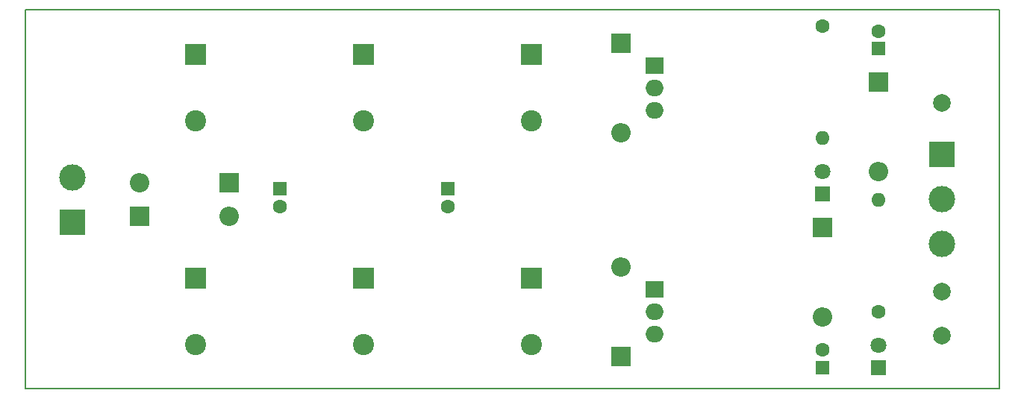
<source format=gbs>
G04 #@! TF.GenerationSoftware,KiCad,Pcbnew,(6.0.0)*
G04 #@! TF.CreationDate,2022-07-07T12:02:20+01:00*
G04 #@! TF.ProjectId,PSU,5053552e-6b69-4636-9164-5f7063625858,rev?*
G04 #@! TF.SameCoordinates,Original*
G04 #@! TF.FileFunction,Soldermask,Bot*
G04 #@! TF.FilePolarity,Negative*
%FSLAX46Y46*%
G04 Gerber Fmt 4.6, Leading zero omitted, Abs format (unit mm)*
G04 Created by KiCad (PCBNEW (6.0.0)) date 2022-07-07 12:02:20*
%MOMM*%
%LPD*%
G01*
G04 APERTURE LIST*
G04 #@! TA.AperFunction,Profile*
%ADD10C,0.150000*%
G04 #@! TD*
%ADD11R,3.000000X3.000000*%
%ADD12C,3.000000*%
%ADD13R,1.600000X1.600000*%
%ADD14C,1.600000*%
%ADD15R,2.400000X2.400000*%
%ADD16C,2.400000*%
%ADD17R,1.800000X1.800000*%
%ADD18C,1.800000*%
%ADD19R,2.000000X1.905000*%
%ADD20O,2.000000X1.905000*%
%ADD21O,1.600000X1.600000*%
%ADD22R,2.200000X2.200000*%
%ADD23O,2.200000X2.200000*%
%ADD24C,2.000000*%
G04 APERTURE END LIST*
D10*
X43000000Y-53000000D02*
X153490000Y-53000000D01*
X153490000Y-96000000D02*
X43000000Y-96000000D01*
X153490000Y-96000000D02*
X153490000Y-53000000D01*
X43000000Y-96000000D02*
X43000000Y-53000000D01*
D11*
X147000000Y-69420000D03*
D12*
X147000000Y-74500000D03*
X147000000Y-79580000D03*
D13*
X71875000Y-73275000D03*
D14*
X71875000Y-75275000D03*
D15*
X100450000Y-58035000D03*
D16*
X100450000Y-65535000D03*
D13*
X90925000Y-73275000D03*
D14*
X90925000Y-75275000D03*
D15*
X81400000Y-83435000D03*
D16*
X81400000Y-90935000D03*
D15*
X100450000Y-83435000D03*
D16*
X100450000Y-90935000D03*
D13*
X139820000Y-57400000D03*
D14*
X139820000Y-55400000D03*
D13*
X133470000Y-93595000D03*
D14*
X133470000Y-91595000D03*
D17*
X139820000Y-93595000D03*
D18*
X139820000Y-91055000D03*
D17*
X133470000Y-73910000D03*
D18*
X133470000Y-71370000D03*
D19*
X114420000Y-84705000D03*
D20*
X114420000Y-87245000D03*
X114420000Y-89785000D03*
D15*
X81400000Y-58035000D03*
D16*
X81400000Y-65535000D03*
D15*
X62350000Y-58035000D03*
D16*
X62350000Y-65535000D03*
D15*
X62350000Y-83435000D03*
D16*
X62350000Y-90935000D03*
D14*
X133470000Y-54860000D03*
D21*
X133470000Y-67560000D03*
D14*
X139820000Y-87245000D03*
D21*
X139820000Y-74545000D03*
D22*
X56000000Y-76450000D03*
D23*
X66160000Y-76450000D03*
D22*
X66160000Y-72640000D03*
D23*
X56000000Y-72640000D03*
D22*
X110610000Y-56765000D03*
D23*
X110610000Y-66925000D03*
D22*
X110610000Y-92325000D03*
D23*
X110610000Y-82165000D03*
D22*
X133470000Y-77720000D03*
D23*
X133470000Y-87880000D03*
D22*
X139820000Y-61210000D03*
D23*
X139820000Y-71370000D03*
D19*
X114420000Y-59305000D03*
D20*
X114420000Y-61845000D03*
X114420000Y-64385000D03*
D24*
X147000000Y-63500000D03*
X147000000Y-90000000D03*
X147000000Y-85000000D03*
D11*
X48380000Y-77085000D03*
D12*
X48380000Y-72005000D03*
M02*

</source>
